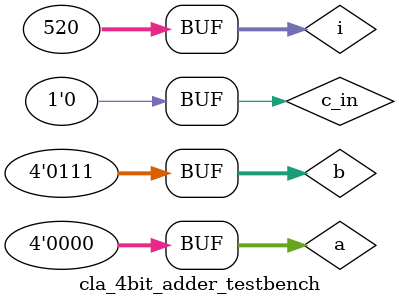
<source format=sv>
`timescale 1ns/10ps

module cla_4bit_adder (
   output logic [3:0] sum,
   output logic       PG, GG,
   input  logic [3:0] a, b,
   input  logic       c_in
   ); 
   
   logic [3:0] c_add, p, g;
   assign c_add[0] = c_in;
   
   // calc the sum bits from the 1bit adders
   genvar i;
   generate
      for (i = 0; i < 4; i++) begin : eachBitAdder
         cla_1bit_adder a1 (
            .s(sum[i]),
            .p(p[i]),
            .g(g[i]),
            .a(a[i]),
            .b(b[i]),
            .c_in(c_add[i])
         );
      end
   endgenerate
   
   // feed the ps and gs into the cla unit to calc carry
   cla_4bit_unit u1(
      .PG,
      .GG,
      .c_add(c_add[3:1]), // excludes c_in
      .p,
      .g,
      .c_in
   );

endmodule


// Note: testbench only worked when the #50s
//       were omitted
module cla_4bit_adder_testbench ();
   logic [3:0] sum;
   logic       PG, GG;
   logic [3:0] a, b;
   logic       c_in;

   cla_4bit_adder dut (.sum, .PG, .GG, .a, .b, .c_in);

   integer i;
   initial begin
      c_in = 1'b0;
      for (i = 0; i < 520; i++) begin
         {c_in, a, b} = i; #10;
      end
   end
endmodule 

</source>
